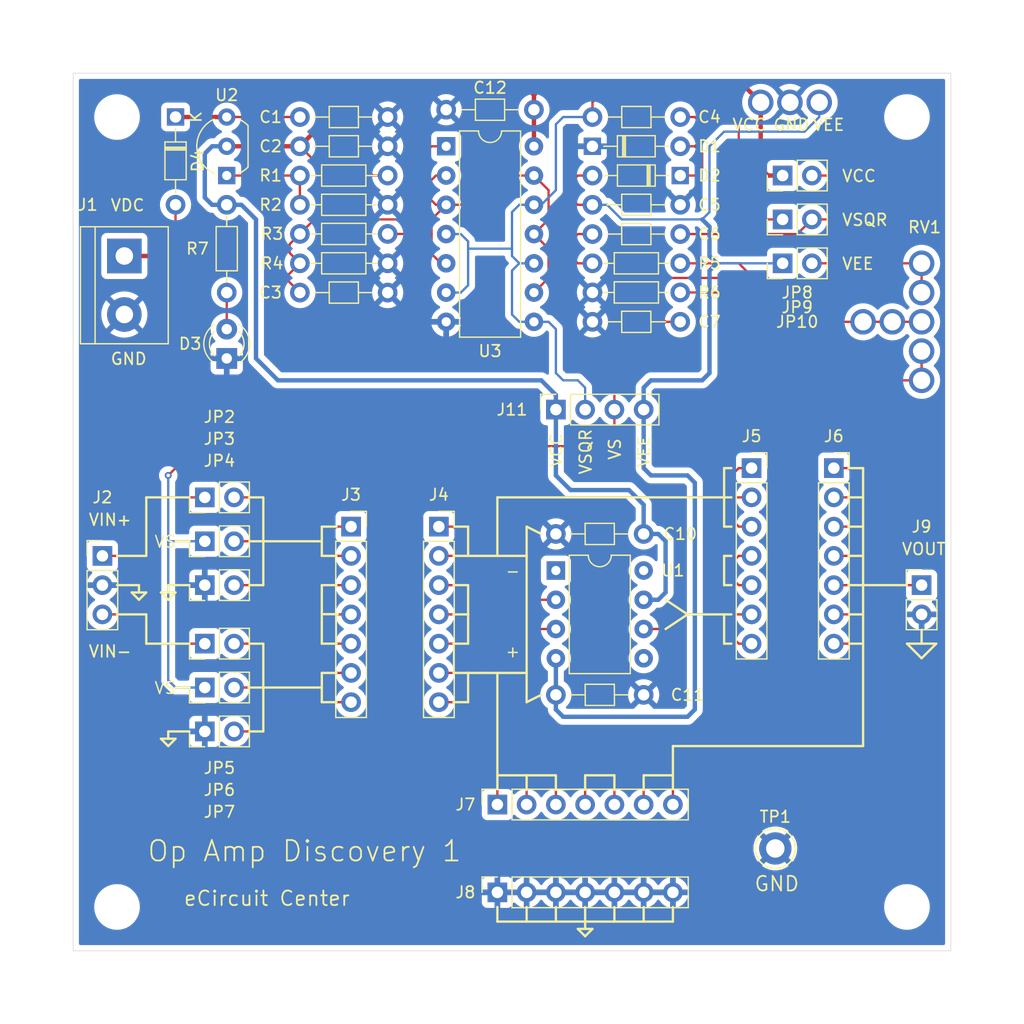
<source format=kicad_pcb>
(kicad_pcb (version 20241229) (generator "pcbnew") (generator_version "9.0")
  (layers (0 "F.Cu" signal) (2 "B.Cu" signal) (13 "F.Paste" user) (15 "B.Paste" user) (5 "F.SilkS" user "F.Silkscreen") (7 "B.SilkS" user "B.Silkscreen") (1 "F.Mask" user) (3 "B.Mask" user) (25 "Edge.Cuts" user))
  (net 0 "")
  (net 1 "GND")
  (net 2 "VDC")
  (net 3 "VCC")
  (net 4 "Net-(U2-ADJ)")
  (net 5 "Net-(C3-Pad1)")
  (net 6 "Net-(R3-Pad1)")
  (net 7 "/VS")
  (net 8 "/VSQR")
  (net 9 "Net-(JP10-B)")
  (net 10 "Net-(D1-A)")
  (net 11 "VEE")
  (net 12 "/VIN+")
  (net 13 "/VIN-")
  (net 14 "Net-(J3-Pin_3)")
  (net 15 "Net-(J3-Pin_1)")
  (net 16 "Net-(J3-Pin_6)")
  (net 17 "Net-(J4-Pin_3)")
  (net 18 "Net-(J4-Pin_6)")
  (net 19 "Net-(J4-Pin_1)")
  (net 22 "Net-(J7-Pin_4)")
  (net 24 "Net-(J5-Pin_4)")
  (net 25 "Net-(J5-Pin_6)")
  (net 26 "/VO")
  (net 27 "Net-(D3-A)")
  (net 28 "Net-(R5-Pad2)")
  (net 29 "Net-(R6-Pad1)")
  (net 30 "Net-(C6-Pad2)")
  (net 31 "Net-(D4-K)")
  (footprint "A_Custom_Library:R_Axial_DIN0204_L3.6mm_D1.6mm_P7.62mm_Horizontal-bigger_hole" (layer "F.Cu") (at 142.875 67.31)
    (property "Reference" "R5")
    (property "Value" "3.3k" (hide yes))
  )
  (footprint "A_Custom_Library:TestPoint_THTPad_D2.0mm_Drill1.0mm_bigger" (layer "F.Cu") (at 166.37 72.39)
    (property "Reference" "TP9" (hide yes))
    (property "Value" "TestPoint" (hide yes))
  )
  (footprint "Connector_PinHeader_2.54mm:PinHeader_1x02_P2.54mm_Vertical" (layer "F.Cu") (at 109.22 87.63 90)
    (property "Reference" "JP2")
    (property "Value" "Jumper_2_Small_Open" (hide yes))
  )
  (footprint "Connector_PinSocket_2.54mm:PinSocket_1x07_P2.54mm_Vertical" (layer "F.Cu") (at 134.62 121.92 90)
    (property "Reference" "J8")
    (property "Value" "Conn_01x07" (hide yes))
  )
  (footprint "A_Custom_Library:D_DO-34_SOD68_P7.62mm_Horizontal" (layer "F.Cu") (at 106.68 54.605 -90)
    (property "Reference" "D4")
    (property "Value" "D")
  )
  (footprint "A_Custom_Library:R_Axial_DIN0204_L3.6mm_D1.6mm_P7.62mm_Horizontal-bigger_hole" (layer "F.Cu") (at 150.495 69.84 180)
    (property "Reference" "R6")
    (property "Value" "Short" (hide yes))
  )
  (footprint "TerminalBlock:TerminalBlock_bornier-2_P5.08mm" (layer "F.Cu") (at 102.235 66.675 -90)
    (property "Reference" "J1")
    (property "Value" "Screw_Terminal_01x02" (hide yes))
  )
  (footprint "A_Custom_Library:TestPoint_THTPad_D2.0mm_Drill1.0mm_bigger" (layer "F.Cu") (at 157.48 53.34)
    (property "Reference" "TP3" (hide yes))
    (property "Value" "TestPoint" (hide yes))
  )
  (footprint "A_Custom_Library:C_Disc_D3.0mm_W1.6mm_P2.50mm_wider_center_dia" (layer "F.Cu") (at 142.24 104.775)
    (property "Reference" "C11")
    (property "Value" "0.1uF" (hide yes))
  )
  (footprint "Connector_PinSocket_2.54mm:PinSocket_1x07_P2.54mm_Vertical" (layer "F.Cu") (at 129.54 90.17)
    (property "Reference" "J4")
    (property "Value" "Conn_01x07" (hide yes))
  )
  (footprint "A_Custom_Library:TestPoint_THTPad_D2.0mm_Drill1.0mm_bigger" (layer "F.Cu") (at 171.45 67.31)
    (property "Reference" "TP6" (hide yes))
    (property "Value" "TestPoint" (hide yes))
  )
  (footprint "MountingHole:MountingHole_3.7mm" (layer "F.Cu") (at 101.6 123.19)
    (property "Reference" "H2" (hide yes))
    (property "Value" "MountingHole" (hide yes))
  )
  (footprint "A_Custom_Library:C_Disc_D3.0mm_W1.6mm_P2.50mm_wider_center_dia" (layer "F.Cu") (at 120.015 54.61)
    (property "Reference" "C1")
    (property "Value" "C" (hide yes))
  )
  (footprint "A_Custom_Library:TestPoint_THTPad_D2.0mm_Drill1.0mm_bigger" (layer "F.Cu") (at 160.02 53.34)
    (property "Reference" "TP2" (hide yes))
    (property "Value" "TestPoint" (hide yes))
  )
  (footprint "Connector_PinHeader_2.54mm:PinHeader_1x02_P2.54mm_Vertical" (layer "F.Cu") (at 109.22 95.25 90)
    (property "Reference" "JP4")
    (property "Value" "Jumper_2_Small_Open" (hide yes))
  )
  (footprint "Package_TO_SOT_THT:TO-92_Inline_Wide" (layer "F.Cu") (at 111.125 59.69 90)
    (property "Reference" "U2")
    (property "Value" "LM317L_TO92" (hide yes))
  )
  (footprint "A_Custom_Library:C_Disc_D3.0mm_W1.6mm_P2.50mm_wider_center_dia" (layer "F.Cu") (at 145.415 62.23)
    (property "Reference" "C5")
    (property "Value" "10uF" (hide yes))
  )
  (footprint "Connector_PinSocket_2.54mm:PinSocket_1x07_P2.54mm_Vertical" (layer "F.Cu") (at 121.92 90.17)
    (property "Reference" "J3")
    (property "Value" "Conn_01x07" (hide yes))
  )
  (footprint "LED_THT:LED_D3.0mm" (layer "F.Cu") (at 111.125 75.565 90)
    (property "Reference" "D3")
    (property "Value" "LED" (hide yes))
  )
  (footprint "A_Custom_Library:TestPoint_THTPad_D2.0mm_Drill1.0mm_bigger" (layer "F.Cu") (at 168.91 72.39)
    (property "Reference" "TP10" (hide yes))
    (property "Value" "TestPoint" (hide yes))
  )
  (footprint "A_Custom_Library:TestPoint_THTPad_D2.0mm_Drill1.0mm_bigger" (layer "F.Cu") (at 171.45 69.85)
    (property "Reference" "TP5" (hide yes))
    (property "Value" "TestPoint" (hide yes))
  )
  (footprint "Connector_PinHeader_2.54mm:PinHeader_1x03_P2.54mm_Vertical" (layer "F.Cu") (at 100.33 92.71)
    (property "Reference" "J2")
    (property "Value" "Conn_01x03_Pin")
  )
  (footprint "Connector_PinHeader_2.54mm:PinHeader_1x02_P2.54mm_Vertical" (layer "F.Cu") (at 159.385 63.5 90)
    (property "Reference" "JP9")
    (property "Value" "Jumper_2_Small_Open" (hide yes))
  )
  (footprint "A_Custom_Library:R_Axial_DIN0204_L3.6mm_D1.6mm_P7.62mm_Horizontal-bigger_hole" (layer "F.Cu") (at 125.095 64.76 180)
    (property "Reference" "R3")
    (property "Value" "R" (hide yes))
  )
  (footprint "A_Custom_Library:D_DO-34_SOD68_P7.62mm_Horizontal" (layer "F.Cu") (at 142.87 57.15)
    (property "Reference" "D1")
    (property "Value" "D" (hide yes))
  )
  (footprint "Connector_PinHeader_2.54mm:PinHeader_1x02_P2.54mm_Vertical" (layer "F.Cu") (at 159.385 67.31 90)
    (property "Reference" "JP10")
    (property "Value" "Jumper_2_Small_Open" (hide yes))
  )
  (footprint "Connector_PinSocket_2.54mm:PinSocket_1x07_P2.54mm_Vertical" (layer "F.Cu") (at 134.62 114.3 90)
    (property "Reference" "J7")
    (property "Value" "Conn_01x07" (hide yes))
  )
  (footprint "A_Custom_Library:R_Axial_DIN0204_L3.6mm_D1.6mm_P7.62mm_Horizontal-bigger_hole" (layer "F.Cu") (at 117.475 62.23)
    (property "Reference" "R2")
    (property "Value" "R" (hide yes))
  )
  (footprint "A_Custom_Library:C_Disc_D3.0mm_W1.6mm_P2.50mm_wider_center_dia" (layer "F.Cu") (at 120.015 69.85)
    (property "Reference" "C3")
    (property "Value" "C" (hide yes))
  )
  (footprint "A_Custom_Library:TestPoint_THTPad_D2.0mm_Drill1.0mm_bigger" (layer "F.Cu") (at 162.56 53.34)
    (property "Reference" "TP4" (hide yes))
    (property "Value" "TestPoint" (hide yes))
  )
  (footprint "MountingHole:MountingHole_3.7mm" (layer "F.Cu") (at 101.6 54.61)
    (property "Reference" "H1" (hide yes))
    (property "Value" "MountingHole" (hide yes))
  )
  (footprint "A_Custom_Library:C_Disc_D3.0mm_W1.6mm_P2.50mm_wider_center_dia" (layer "F.Cu") (at 135.255 53.975 180)
    (property "Reference" "C12")
    (property "Value" "C" (hide yes))
  )
  (footprint "Connector_PinSocket_2.54mm:PinSocket_1x07_P2.54mm_Vertical" (layer "F.Cu") (at 163.83 85.09)
    (property "Reference" "J6")
    (property "Value" "Conn_01x07" (hide yes))
  )
  (footprint "Connector_PinSocket_2.54mm:PinSocket_1x04_P2.54mm_Vertical" (layer "F.Cu") (at 139.7 80.01 90)
    (property "Reference" "J11")
    (property "Value" "Conn_01x04")
  )
  (footprint "Connector_PinHeader_2.54mm:PinHeader_1x02_P2.54mm_Vertical" (layer "F.Cu") (at 159.385 59.69 90)
    (property "Reference" "JP8")
    (property "Value" "Jumper_2_Small_Open" (hide yes))
  )
  (footprint "A_Custom_Library:R_Axial_DIN0204_L3.6mm_D1.6mm_P7.62mm_Horizontal-bigger_hole" (layer "F.Cu") (at 125.095 59.69 180)
    (property "Reference" "R1")
    (property "Value" "R" (hide yes))
  )
  (footprint "Connector_PinSocket_2.54mm:PinSocket_1x07_P2.54mm_Vertical" (layer "F.Cu") (at 156.69 85.09)
    (property "Reference" "J5")
    (property "Value" "Conn_01x07" (hide yes))
  )
  (footprint "Connector_PinHeader_2.54mm:PinHeader_1x02_P2.54mm_Vertical" (layer "F.Cu") (at 109.22 104.14 90)
    (property "Reference" "JP6")
    (property "Value" "Jumper_2_Small_Open" (hide yes))
  )
  (footprint "A_Custom_Library:TestPoint_THTPad_D2.0mm_Drill1.0mm_bigger" (layer "F.Cu") (at 171.45 77.47)
    (property "Reference" "TP7" (hide yes))
    (property "Value" "TestPoint" (hide yes))
  )
  (footprint "Package_DIP:DIP-8_W7.62mm" (layer "F.Cu") (at 139.7 93.98)
    (property "Reference" "U1")
    (property "Value" "LM741" (hide yes))
  )
  (footprint "Connector_PinHeader_2.54mm:PinHeader_1x02_P2.54mm_Vertical" (layer "F.Cu") (at 109.22 91.44 90)
    (property "Reference" "JP3")
    (property "Value" "Jumper_2_Small_Open" (hide yes))
  )
  (footprint "A_Custom_Library:C_Disc_D3.0mm_W1.6mm_P2.50mm_wider_center_dia" (layer "F.Cu") (at 120.015 57.15)
    (property "Reference" "C2")
    (property "Value" "C" (hide yes))
  )
  (footprint "TestPoint:TestPoint_Keystone_5005-5009_Compact" (layer "F.Cu") (at 158.75 118.11)
    (property "Reference" "TP1")
    (property "Value" "TestPoint")
  )
  (footprint "A_Custom_Library:R_Axial_DIN0204_L3.6mm_D1.6mm_P7.62mm_Horizontal-bigger_hole" (layer "F.Cu") (at 111.125 62.23 -90)
    (property "Reference" "R7")
    (property "Value" "1k" (hide yes))
  )
  (footprint "MountingHole:MountingHole_3.7mm" (layer "F.Cu") (at 170.18 54.61)
    (property "Reference" "H3" (hide yes))
    (property "Value" "MountingHole" (hide yes))
  )
  (footprint "A_Custom_Library:D_DO-34_SOD68_P7.62mm_Horizontal" (layer "F.Cu") (at 150.495 59.69 180)
    (property "Reference" "D2")
    (property "Value" "D" (hide yes))
  )
  (footprint "Connector_PinHeader_2.54mm:PinHeader_1x02_P2.54mm_Vertical" (layer "F.Cu") (at 171.45 95.25)
    (property "Reference" "J9")
    (property "Value" "Conn_01x02_Pin" (hide yes))
  )
  (footprint "A_Custom_Library:C_Disc_D3.0mm_W1.6mm_P2.50mm_wider_center_dia" (layer "F.Cu") (at 147.955 72.39 180)
    (property "Reference" "C7")
    (property "Value" "Open" (hide yes))
  )
  (footprint "Connector_PinHeader_2.54mm:PinHeader_1x02_P2.54mm_Vertical" (layer "F.Cu") (at 109.22 107.95 90)
    (property "Reference" "JP7")
    (property "Value" "Jumper_2_Small_Open" (hide yes))
  )
  (footprint "A_Custom_Library:TestPoint_THTPad_D2.0mm_Drill1.0mm_bigger" (layer "F.Cu") (at 171.45 74.93)
    (property "Reference" "TP8" (hide yes))
    (property "Value" "TestPoint" (hide yes))
  )
  (footprint "A_Custom_Library:C_Disc_D3.0mm_W1.6mm_P2.50mm_wider_center_dia" (layer "F.Cu") (at 147.955 64.77 180)
    (property "Reference" "C6")
    (property "Value" "Short" (hide yes))
  )
  (footprint "Package_DIP:DIP-14_W7.62mm" (layer "F.Cu") (at 130.175 57.15)
    (property "Reference" "U3")
    (property "Value" "74HC14" (hide yes))
  )
  (footprint "A_Custom_Library:TestPoint_THTPad_D2.0mm_Drill1.0mm_bigger" (layer "F.Cu") (at 171.45 72.39)
    (property "Reference" "TP11" (hide yes))
    (property "Value" "TestPoint" (hide yes))
  )
  (footprint "MountingHole:MountingHole_3.7mm" (layer "F.Cu") (at 170.18 123.19)
    (property "Reference" "H4" (hide yes))
    (property "Value" "MountingHole" (hide yes))
  )
  (footprint "A_Custom_Library:C_Disc_D3.0mm_W1.6mm_P2.50mm_wider_center_dia" (layer "F.Cu") (at 144.78 90.805 180)
    (property "Reference" "C10")
    (property "Value" "0.1uF" (hide yes))
  )
  (footprint "A_Custom_Library:R_Axial_DIN0204_L3.6mm_D1.6mm_P7.62mm_Horizontal-bigger_hole" (layer "F.Cu") (at 117.475 67.31)
    (property "Reference" "R4")
    (property "Value" "Open" (hide yes))
  )
  (footprint "A_Custom_Library:C_Disc_D3.0mm_W1.6mm_P2.50mm_wider_center_dia" (layer "F.Cu") (at 145.415 54.61)
    (property "Reference" "C4")
    (property "Value" "10uF" (hide yes))
  )
  (footprint "Connector_PinHeader_2.54mm:PinHeader_1x02_P2.54mm_Vertical" (layer "F.Cu") (at 109.22 100.33 90)
    (property "Reference" "JP5")
    (property "Value" "Jumper_2_Small_Open" (hide yes))
  )
  (gr_line (start 166.37 109.22) (end 166.37 85.09) (stroke (width 0.2032)) (layer "F.SilkS"))
  (gr_line (start 132.08 97.79) (end 130.81 97.79) (stroke (width 0.2032)) (layer "F.SilkS"))
  (gr_line (start 142.875 125.095) (end 141.605 125.095) (stroke (width 0.2032)) (layer "F.SilkS"))
  (gr_line (start 139.7 113.03) (end 142.295 112.945) (stroke (width 0.1)) (layer "F.SilkS"))
  (gr_line (start 154.94 90.17) (end 154.305 90.17) (stroke (width 0.2032)) (layer "F.SilkS"))
  (gr_line (start 132.08 100.33) (end 132.08 97.79) (stroke (width 0.2032)) (layer "F.SilkS"))
  (gr_line (start 134.62 123.19) (end 134.62 124.46) (stroke (width 0.2032)) (layer "F.SilkS"))
  (gr_line (start 144.78 123.19) (end 144.78 124.46) (stroke (width 0.2032)) (layer "F.SilkS"))
  (gr_line (start 137.16 123.19) (end 137.16 124.46) (stroke (width 0.2032)) (layer "F.SilkS"))
  (gr_line (start 133.35 102.87) (end 132.08 102.87) (stroke (width 0.2032)) (layer "F.SilkS"))
  (gr_line (start 134.62 92.71) (end 134.62 87.63) (stroke (width 0.2032)) (layer "F.SilkS"))
  (gr_line (start 104.14 100.33) (end 107.89 100.33) (stroke (width 0.2032)) (layer "F.SilkS"))
  (gr_line (start 166.37 95.25) (end 170.18 95.25) (stroke (width 0.2032)) (layer "F.SilkS"))
  (gr_line (start 149.225 96.52) (end 151.13 97.79) (stroke (width 0.2032)) (layer "F.SilkS"))
  (gr_line (start 166.37 90.17) (end 165.1 90.17) (stroke (width 0.2032)) (layer "F.SilkS"))
  (gr_line (start 130.81 102.87) (end 130.81 100.33) (stroke (width 0.1)) (layer "F.SilkS"))
  (gr_line (start 149.86 109.22) (end 166.37 109.22) (stroke (width 0.2032)) (layer "F.SilkS"))
  (gr_line (start 102.87 95.885) (end 103.505 96.52) (stroke (width 0.2032)) (layer "F.SilkS"))
  (gr_line (start 172.72 100.33) (end 170.18 100.33) (stroke (width 0.2032)) (layer "F.SilkS"))
  (gr_line (start 137.16 90.17) (end 138.43 90.805) (stroke (width 0.2032)) (layer "F.SilkS"))
  (gr_line (start 104.14 100.33) (end 104.14 97.79) (stroke (width 0.2032)) (layer "F.SilkS"))
  (gr_line (start 106.045 107.95) (end 106.045 108.585) (stroke (width 0.2032)) (layer "F.SilkS"))
  (gr_line (start 104.14 87.63) (end 107.89 87.63) (stroke (width 0.2032)) (layer "F.SilkS"))
  (gr_line (start 149.86 112.97) (end 149.86 109.22) (stroke (width 0.2032)) (layer "F.SilkS"))
  (gr_line (start 142.24 111.76) (end 142.24 113.03) (stroke (width 0.2032)) (layer "F.SilkS"))
  (gr_line (start 114.27 87.63) (end 113.06 87.63) (stroke (width 0.2032)) (layer "F.SilkS"))
  (gr_line (start 147.32 123.19) (end 147.32 124.46) (stroke (width 0.2032)) (layer "F.SilkS"))
  (gr_line (start 104.14 97.79) (end 101.6 97.79) (stroke (width 0.2032)) (layer "F.SilkS"))
  (gr_line (start 147.32 111.76) (end 147.32 113.03) (stroke (width 0.2032)) (layer "F.SilkS"))
  (gr_line (start 134.62 124.46) (end 149.86 124.46) (stroke (width 0.2032)) (layer "F.SilkS"))
  (gr_line (start 120.65 92.71) (end 119.38 92.71) (stroke (width 0.2032)) (layer "F.SilkS"))
  (gr_line (start 154.305 92.71) (end 154.94 92.71) (stroke (width 0.2032)) (layer "F.SilkS"))
  (gr_line (start 114.3 100.33) (end 113.09 100.33) (stroke (width 0.2032)) (layer "F.SilkS"))
  (gr_line (start 166.37 97.79) (end 165.16 97.79) (stroke (width 0.2032)) (layer "F.SilkS"))
  (gr_line (start 114.3 87.63) (end 114.3 95.25) (stroke (width 0.2032)) (layer "F.SilkS"))
  (gr_line (start 114.3 95.25) (end 113.09 95.25) (stroke (width 0.2032)) (layer "F.SilkS"))
  (gr_line (start 154.305 85.09) (end 154.305 87.63) (stroke (width 0.2032)) (layer "F.SilkS"))
  (gr_line (start 137.16 102.87) (end 133.35 102.87) (stroke (width 0.2032)) (layer "F.SilkS"))
  (gr_line (start 144.78 111.76) (end 144.78 113.03) (stroke (width 0.2032)) (layer "F.SilkS"))
  (gr_line (start 171.45 101.6) (end 172.72 100.33) (stroke (width 0.2032)) (layer "F.SilkS"))
  (gr_line (start 133.35 92.71) (end 133.35 92.71) (stroke (width 0.1)) (layer "F.SilkS"))
  (gr_line (start 142.24 125.73) (end 142.875 125.095) (stroke (width 0.2032)) (layer "F.SilkS"))
  (gr_line (start 120.755 97.77) (end 119.485 97.77) (stroke (width 0.2032)) (layer "F.SilkS"))
  (gr_line (start 101.6 92.71) (end 104.14 92.71) (stroke (width 0.2032)) (layer "F.SilkS"))
  (gr_line (start 119.38 95.25) (end 119.38 100.33) (stroke (width 0.2032)) (layer "F.SilkS"))
  (gr_line (start 151.13 97.79) (end 149.225 99.06) (stroke (width 0.2032)) (layer "F.SilkS"))
  (gr_line (start 107.89 95.25) (end 106.045 95.25) (stroke (width 0.2032)) (layer "F.SilkS"))
  (gr_line (start 154.305 97.79) (end 154.305 100.33) (stroke (width 0.2032)) (layer "F.SilkS"))
  (gr_line (start 154.305 95.25) (end 154.94 95.25) (stroke (width 0.2032)) (layer "F.SilkS"))
  (gr_line (start 137.16 92.71) (end 130.81 92.71) (stroke (width 0.2032)) (layer "F.SilkS"))
  (gr_line (start 106.045 109.22) (end 106.68 108.585) (stroke (width 0.2032)) (layer "F.SilkS"))
  (gr_line (start 134.62 112.97) (end 134.62 102.87) (stroke (width 0.2032)) (layer "F.SilkS"))
  (gr_line (start 132.08 105.41) (end 130.81 105.41) (stroke (width 0.2032)) (layer "F.SilkS"))
  (gr_line (start 107.89 91.44) (end 106.68 91.44) (stroke (width 0.2032)) (layer "F.SilkS"))
  (gr_line (start 132.08 92.71) (end 132.08 90.17) (stroke (width 0.2032)) (layer "F.SilkS"))
  (gr_line (start 134.62 111.76) (end 139.7 111.76) (stroke (width 0.2032)) (layer "F.SilkS"))
  (gr_line (start 141.605 125.095) (end 142.24 125.73) (stroke (width 0.2032)) (layer "F.SilkS"))
  (gr_line (start 137.16 90.17) (end 137.16 105.41) (stroke (width 0.2032)) (layer "F.SilkS"))
  (gr_line (start 154.305 85.09) (end 154.94 85.09) (stroke (width 0.2032)) (layer "F.SilkS"))
  (gr_line (start 104.14 92.71) (end 104.14 87.63) (stroke (width 0.2032)) (layer "F.SilkS"))
  (gr_line (start 120.65 105.41) (end 119.38 105.41) (stroke (width 0.2032)) (layer "F.SilkS"))
  (gr_line (start 139.7 111.76) (end 139.7 113.03) (stroke (width 0.2032)) (layer "F.SilkS"))
  (gr_line (start 139.7 123.19) (end 139.7 124.46) (stroke (width 0.2032)) (layer "F.SilkS"))
  (gr_line (start 106.045 95.25) (end 106.045 95.885) (stroke (width 0.2032)) (layer "F.SilkS"))
  (gr_line (start 120.65 100.33) (end 120.65 97.79) (stroke (width 0.1)) (layer "F.SilkS"))
  (gr_line (start 132.08 90.17) (end 130.87 90.17) (stroke (width 0.2032)) (layer "F.SilkS"))
  (gr_line (start 119.38 92.71) (end 119.38 92.71) (stroke (width 0.1)) (layer "F.SilkS"))
  (gr_line (start 106.68 95.885) (end 105.41 95.885) (stroke (width 0.2032)) (layer "F.SilkS"))
  (gr_line (start 147.32 111.76) (end 149.86 111.76) (stroke (width 0.2032)) (layer "F.SilkS"))
  (gr_line (start 103.505 95.25) (end 103.505 95.885) (stroke (width 0.2032)) (layer "F.SilkS"))
  (gr_line (start 132.08 102.87) (end 132.08 105.41) (stroke (width 0.2032)) (layer "F.SilkS"))
  (gr_line (start 137.16 111.76) (end 137.16 113.03) (stroke (width 0.2032)) (layer "F.SilkS"))
  (gr_line (start 106.045 96.52) (end 106.68 95.885) (stroke (width 0.2032)) (layer "F.SilkS"))
  (gr_line (start 149.86 123.19) (end 149.86 124.46) (stroke (width 0.2032)) (layer "F.SilkS"))
  (gr_line (start 171.45 99.12) (end 171.45 100.33) (stroke (width 0.2032)) (layer "F.SilkS"))
  (gr_line (start 154.305 100.33) (end 154.94 100.33) (stroke (width 0.2032)) (layer "F.SilkS"))
  (gr_line (start 120.65 95.25) (end 119.38 95.25) (stroke (width 0.2032)) (layer "F.SilkS"))
  (gr_line (start 166.37 100.33) (end 165.16 100.33) (stroke (width 0.2032)) (layer "F.SilkS"))
  (gr_line (start 120.65 102.87) (end 119.38 102.87) (stroke (width 0.2032)) (layer "F.SilkS"))
  (gr_line (start 120.65 100.33) (end 119.38 100.33) (stroke (width 0.2032)) (layer "F.SilkS"))
  (gr_line (start 105.41 108.585) (end 106.045 109.22) (stroke (width 0.2032)) (layer "F.SilkS"))
  (gr_line (start 166.37 95.25) (end 165.1 95.25) (stroke (width 0.2032)) (layer "F.SilkS"))
  (gr_line (start 120.65 90.17) (end 119.38 90.17) (stroke (width 0.2032)) (layer "F.SilkS"))
  (gr_line (start 114.3 100.33) (end 114.3 107.95) (stroke (width 0.2032)) (layer "F.SilkS"))
  (gr_line (start 105.41 95.885) (end 106.045 96.52) (stroke (width 0.2032)) (layer "F.SilkS"))
  (gr_line (start 166.37 85.09) (end 165.1 85.09) (stroke (width 0.2032)) (layer "F.SilkS"))
  (gr_line (start 106.68 108.585) (end 105.41 108.585) (stroke (width 0.2032)) (layer "F.SilkS"))
  (gr_line (start 166.37 92.71) (end 165.1 92.71) (stroke (width 0.2032)) (layer "F.SilkS"))
  (gr_line (start 101.6 95.25) (end 103.505 95.25) (stroke (width 0.2032)) (layer "F.SilkS"))
  (gr_line (start 154.305 87.63) (end 154.305 90.17) (stroke (width 0.2032)) (layer "F.SilkS"))
  (gr_line (start 119.38 105.41) (end 119.38 105.41) (stroke (width 0.1)) (layer "F.SilkS"))
  (gr_line (start 132.08 100.33) (end 130.81 100.33) (stroke (width 0.2032)) (layer "F.SilkS"))
  (gr_line (start 107.89 104.14) (end 106.68 104.14) (stroke (width 0.2032)) (layer "F.SilkS"))
  (gr_line (start 113.03 104.14) (end 119.38 104.14) (stroke (width 0.2032)) (layer "F.SilkS"))
  (gr_line (start 170.18 100.33) (end 171.45 101.6) (stroke (width 0.2032)) (layer "F.SilkS"))
  (gr_line (start 103.505 96.52) (end 104.14 95.885) (stroke (width 0.2032)) (layer "F.SilkS"))
  (gr_line (start 119.38 102.87) (end 119.38 105.41) (stroke (width 0.2032)) (layer "F.SilkS"))
  (gr_line (start 166.37 87.63) (end 165.1 87.63) (stroke (width 0.2032)) (layer "F.SilkS"))
  (gr_line (start 113.09 91.44) (end 119.38 91.44) (stroke (width 0.2032)) (layer "F.SilkS"))
  (gr_line (start 142.24 123.19) (end 142.24 124.46) (stroke (width 0.2032)) (layer "F.SilkS"))
  (gr_line (start 154.94 97.79) (end 151.13 97.79) (stroke (width 0.2032)) (layer "F.SilkS"))
  (gr_line (start 134.62 87.63) (end 154.94 87.63) (stroke (width 0.2032)) (layer "F.SilkS"))
  (gr_line (start 114.3 107.95) (end 113.09 107.95) (stroke (width 0.2032)) (layer "F.SilkS"))
  (gr_line (start 130.81 95.25) (end 132.08 95.25) (stroke (width 0.2032)) (layer "F.SilkS"))
  (gr_line (start 142.24 111.76) (end 144.78 111.76) (stroke (width 0.2032)) (layer "F.SilkS"))
  (gr_line (start 154.305 92.71) (end 154.305 95.25) (stroke (width 0.2032)) (layer "F.SilkS"))
  (gr_line (start 132.08 95.25) (end 132.08 97.79) (stroke (width 0.2032)) (layer "F.SilkS"))
  (gr_line (start 107.89 107.95) (end 106.045 107.95) (stroke (width 0.2032)) (layer "F.SilkS"))
  (gr_line (start 104.14 95.885) (end 102.87 95.885) (stroke (width 0.2032)) (layer "F.SilkS"))
  (gr_line (start 119.38 90.17) (end 119.38 92.71) (stroke (width 0.2032)) (layer "F.SilkS"))
  (gr_line (start 137.16 105.41) (end 138.43 104.775) (stroke (width 0.2032)) (layer "F.SilkS"))
  (gr_line (start 142.24 124.46) (end 142.24 125.095) (stroke (width 0.2032)) (layer "F.SilkS"))
  (gr_line (start 130.81 102.87) (end 132.08 102.87) (stroke (width 0.2032)) (layer "F.SilkS"))
  (gr_line (start 130.81 97.79) (end 132.08 97.79) (stroke (width 0.1)) (layer "F.SilkS"))
  (gr_rect (start 97.79 50.8) (end 173.99 127) (stroke (width 0.05)) (fill no) (layer "Edge.Cuts"))
  (gr_text "-" (at 135.255 94.615 0) (layer "F.SilkS") (effects (font (size 1 1) (thickness 0.127)) (justify left bottom)))
  (gr_text "VS" (at 104.775 104.775 0) (layer "F.SilkS") (effects (font (size 1.016 1.016) (thickness 0.127)) (justify left bottom)))
  (gr_text "VS" (at 145.415 84.455 90) (layer "F.SilkS") (effects (font (size 1.016 1.016) (thickness 0.1524)) (justify left bottom)))
  (gr_text "VEE" (at 161.925 55.88 0) (layer "F.SilkS") (effects (font (size 1.016 1.016) (thickness 0.1524)) (justify left bottom)))
  (gr_text "RV1" (at 170.18 64.77 0) (layer "F.SilkS") (effects (font (size 1.016 1.016) (thickness 0.1524)) (justify left bottom)))
  (gr_text "VSQR" (at 164.465 64.135 0) (layer "F.SilkS") (effects (font (size 1.016 1.016) (thickness 0.1524)) (justify left bottom)))
  (gr_text "VEE" (at 147.955 85.09 90) (layer "F.SilkS") (effects (font (size 1.016 1.016) (thickness 0.1524)) (justify left bottom)))
  (gr_text "VDC" (at 100.965 62.865 0) (layer "F.SilkS") (effects (font (size 1.016 1.016) (thickness 0.1524)) (justify left bottom)))
  (gr_text "VCC" (at 154.94 55.88 0) (layer "F.SilkS") (effects (font (size 1.016 1.016) (thickness 0.1524)) (justify left bottom)))
  (gr_text "VOUT" (at 169.65 92.71 0) (layer "F.SilkS") (effects (font (size 1.016 1.016) (thickness 0.1524)) (justify left bottom)))
  (gr_text "GND" (at 158.496 55.88 0) (layer "F.SilkS") (effects (font (size 1.016 1.016) (thickness 0.1524)) (justify left bottom)))
  (gr_text "VIN+" (at 99.06 90.17 0) (layer "F.SilkS") (effects (font (size 1.016 1.016) (thickness 0.1524)) (justify left bottom)))
  (gr_text "Op Amp Discovery 1" (at 104.14 119.38 0) (layer "F.SilkS") (effects (font (size 1.778 1.778) (thickness 0.1524)) (justify left bottom)))
  (gr_text "VS" (at 104.775 92.075 0) (layer "F.SilkS") (effects (font (size 1.016 1.016) (thickness 0.127)) (justify left bottom)))
  (gr_text "+" (at 135.255 101.6 0) (layer "F.SilkS") (effects (font (size 1 1) (thickness 0.127)) (justify left bottom)))
  (gr_text "VCC" (at 164.465 60.325 0) (layer "F.SilkS") (effects (font (size 1.016 1.016) (thickness 0.1524)) (justify left bottom)))
  (gr_text "VCC" (at 140.335 85.09 90) (layer "F.SilkS") (effects (font (size 1.016 1.016) (thickness 0.1524)) (justify left bottom)))
  (gr_text "VEE" (at 164.465 67.945 0) (layer "F.SilkS") (effects (font (size 1.016 1.016) (thickness 0.1524)) (justify left bottom)))
  (gr_text "GND\n" (at 100.965 76.2 0) (layer "F.SilkS") (effects (font (size 1.016 1.016) (thickness 0.1524)) (justify left bottom)))
  (gr_text "VSQR" (at 142.875 85.725 90) (layer "F.SilkS") (effects (font (size 1.016 1.016) (thickness 0.1524)) (justify left bottom)))
  (gr_text "GND" (at 156.845 121.92 0) (layer "F.SilkS") (effects (font (size 1.27 1.27) (thickness 0.1524)) (justify left bottom)))
  (gr_text "eCircuit Center" (at 107.315 123.19 0) (layer "F.SilkS") (effects (font (size 1.27 1.27) (thickness 0.1524)) (justify left bottom)))
  (gr_text "VIN-" (at 99.06 101.6 0) (layer "F.SilkS") (effects (font (size 1.016 1.016) (thickness 0.1524)) (justify left bottom)))
  (segment (start 106.68 65.405) (end 105.41 66.675) (width 0.381) (layer "F.Cu") (net 2))
  (segment (start 106.68 62.225) (end 106.68 65.405) (width 0.2) (layer "F.Cu") (net 2))
  (segment (start 105.41 66.675) (end 102.235 66.675) (width 0.381) (layer "F.Cu") (net 2))
  (segment (start 125.095 59.69) (end 123.825 59.69) (width 0.2) (layer "F.Cu") (net 3))
  (segment (start 122.555 55.88) (end 118.745 55.88) (width 0.381) (layer "F.Cu") (net 3))
  (segment (start 118.745 55.88) (end 117.475 57.15) (width 0.381) (layer "F.Cu") (net 3))
  (segment (start 137.795 53.975) (end 137.795 52.705) (width 0.381) (layer "F.Cu") (net 3))
  (segment (start 158.115 59.69) (end 159.385 59.69) (width 0.381) (layer "F.Cu") (net 3))
  (segment (start 137.16 52.07) (end 123.825 52.07) (width 0.381) (layer "F.Cu") (net 3))
  (segment (start 157.48 59.055) (end 158.115 59.69) (width 0.381) (layer "F.Cu") (net 3))
  (segment (start 123.825 59.69) (end 122.555 58.42) (width 0.2) (layer "F.Cu") (net 3))
  (segment (start 123.19 55.245) (end 122.555 55.88) (width 0.381) (layer "F.Cu") (net 3))
  (segment (start 137.795 53.975) (end 137.795 57.15) (width 0.381) (layer "F.Cu") (net 3))
  (segment (start 118.745 58.42) (end 117.475 57.15) (width 0.2) (layer "F.Cu") (net 3))
  (segment (start 117.475 57.15) (end 118.11 57.15) (width 0.2) (layer "F.Cu") (net 3))
  (segment (start 138.43 52.07) (end 156.21 52.07) (width 0.381) (layer "F.Cu") (net 3))
  (segment (start 117.475 57.15) (end 111.125 57.15) (width 0.381) (layer "F.Cu") (net 3))
  (segment (start 156.21 52.07) (end 157.48 53.34) (width 0.381) (layer "F.Cu") (net 3))
  (segment (start 137.795 52.705) (end 138.43 52.07) (width 0.381) (layer "F.Cu") (net 3))
  (segment (start 137.795 52.705) (end 137.16 52.07) (width 0.381) (layer "F.Cu") (net 3))
  (segment (start 157.48 53.34) (end 157.48 59.055) (width 0.381) (layer "F.Cu") (net 3))
  (segment (start 123.19 52.705) (end 123.19 55.245) (width 0.381) (layer "F.Cu") (net 3))
  (segment (start 122.555 58.42) (end 118.745 58.42) (width 0.2) (layer "F.Cu") (net 3))
  (segment (start 123.825 52.07) (end 123.19 52.705) (width 0.381) (layer "F.Cu") (net 3))
  (segment (start 113.665 75.565) (end 113.665 63.5) (width 0.381) (layer "B.Cu") (net 3))
  (segment (start 147.32 88.265) (end 146.05 86.995) (width 0.381) (layer "B.Cu") (net 3))
  (segment (start 109.855 62.23) (end 111.125 62.23) (width 0.381) (layer "B.Cu") (net 3))
  (segment (start 146.05 86.995) (end 140.97 86.995) (width 0.381) (layer "B.Cu") (net 3))
  (segment (start 139.7 85.725) (end 139.7 80.01) (width 0.381) (layer "B.Cu") (net 3))
  (segment (start 147.32 96.52) (end 148.59 96.52) (width 0.381) (layer "B.Cu") (net 3))
  (segment (start 115.57 77.47) (end 113.665 75.565) (width 0.381) (layer "B.Cu") (net 3))
  (segment (start 138.43 77.47) (end 115.57 77.47) (width 0.381) (layer "B.Cu") (net 3))
  (segment (start 139.7 80.01) (end 139.7 78.74) (width 0.381) (layer "B.Cu") (net 3))
  (segment (start 139.7 78.74) (end 138.43 77.47) (width 0.381) (layer "B.Cu") (net 3))
  (segment (start 149.225 91.44) (end 148.59 90.805) (width 0.381) (layer "B.Cu") (net 3))
  (segment (start 149.225 95.885) (end 149.225 91.44) (width 0.381) (layer "B.Cu") (net 3))
  (segment (start 112.395 62.23) (end 111.125 62.23) (width 0.381) (layer "B.Cu") (net 3))
  (segment (start 109.22 61.595) (end 109.855 62.23) (width 0.381) (layer "B.Cu") (net 3))
  (segment (start 147.32 90.805) (end 147.32 88.265) (width 0.381) (layer "B.Cu") (net 3))
  (segment (start 109.855 57.15) (end 109.22 57.785) (width 0.381) (layer "B.Cu") (net 3))
  (segment (start 148.59 90.805) (end 147.32 90.805) (width 0.381) (layer "B.Cu") (net 3))
  (segment (start 109.22 57.785) (end 109.22 61.595) (width 0.381) (layer "B.Cu") (net 3))
  (segment (start 113.665 63.5) (end 112.395 62.23) (width 0.381) (layer "B.Cu") (net 3))
  (segment (start 148.59 96.52) (end 149.225 95.885) (width 0.381) (layer "B.Cu") (net 3))
  (segment (start 111.125 57.15) (end 109.855 57.15) (width 0.381) (layer "B.Cu") (net 3))
  (segment (start 140.97 86.995) (end 139.7 85.725) (width 0.381) (layer "B.Cu") (net 3))
  (segment (start 117.475 59.69) (end 111.125 59.69) (width 0.2) (layer "F.Cu") (net 4))
  (segment (start 117.475 59.69) (end 117.475 62.23) (width 0.2) (layer "F.Cu") (net 4))
  (segment (start 116.5225 68.2525) (end 116.5225 68.8975) (width 0.2) (layer "F.Cu") (net 5))
  (segment (start 116.586 66.411) (end 117.475 67.3) (width 0.2) (layer "F.Cu") (net 5))
  (segment (start 127.635 62.865) (end 127.635 58.42) (width 0.2) (layer "F.Cu") (net 5))
  (segment (start 127.635 58.42) (end 128.905 57.15) (width 0.2) (layer "F.Cu") (net 5))
  (segment (start 116.586 65.649) (end 116.586 66.411) (width 0.2) (layer "F.Cu") (net 5))
  (segment (start 128.905 57.15) (end 130.175 57.15) (width 0.2) (layer "F.Cu") (net 5))
  (segment (start 118.735 63.5) (end 127 63.5) (width 0.2) (layer "F.Cu") (net 5))
  (segment (start 116.5225 68.8975) (end 117.475 69.85) (width 0.2) (layer "F.Cu") (net 5))
  (segment (start 117.475 64.76) (end 118.735 63.5) (width 0.2) (layer "F.Cu") (net 5))
  (segment (start 117.475 67.3) (end 116.5225 68.2525) (width 0.2) (layer "F.Cu") (net 5))
  (segment (start 117.475 64.76) (end 116.586 65.649) (width 0.2) (layer "F.Cu") (net 5))
  (segment (start 127 63.5) (end 127.635 62.865) (width 0.2) (layer "F.Cu") (net 5))
  (segment (start 137.795 59.69) (end 139.065 60.96) (width 0.2) (layer "F.Cu") (net 6))
  (segment (start 129.286 59.69) (end 130.175 59.69) (width 0.2) (layer "F.Cu") (net 6))
  (segment (start 129.7305 67.31) (end 130.175 67.31) (width 0.2) (layer "F.Cu") (net 6))
  (segment (start 137.795 64.77) (end 139.065 66.04) (width 0.2) (layer "F.Cu") (net 6))
  (segment (start 130.175 62.23) (end 131.445 62.23) (width 0.2) (layer "F.Cu") (net 6))
  (segment (start 128.905 64.77) (end 128.905 66.4845) (width 0.2) (layer "F.Cu") (net 6))
  (segment (start 125.095 64.76) (end 128.895 64.76) (width 0.2) (layer "F.Cu") (net 6))
  (segment (start 128.905 63.5) (end 128.905 64.77) (width 0.2) (layer "F.Cu") (net 6))
  (segment (start 139.065 63.5) (end 137.795 64.77) (width 0.2) (layer "F.Cu") (net 6))
  (segment (start 139.065 60.96) (end 139.065 63.5) (width 0.2) (layer "F.Cu") (net 6))
  (segment (start 131.445 62.23) (end 133.985 59.69) (width 0.2) (layer "F.Cu") (net 6))
  (segment (start 129.286 62.23) (end 128.778 61.722) (width 0.2) (layer "F.Cu") (net 6))
  (segment (start 133.985 59.69) (end 137.795 59.69) (width 0.2) (layer "F.Cu") (net 6))
  (segment (start 139.065 68.58) (end 137.795 69.85) (width 0.2) (layer "F.Cu") (net 6))
  (segment (start 128.778 61.722) (end 128.778 60.198) (width 0.2) (layer "F.Cu") (net 6))
  (segment (start 128.905 66.4845) (end 129.7305 67.31) (width 0.2) (layer "F.Cu") (net 6))
  (segment (start 139.065 66.04) (end 139.065 68.58) (width 0.2) (layer "F.Cu") (net 6))
  (segment (start 128.778 60.198) (end 129.286 59.69) (width 0.2) (layer "F.Cu") (net 6))
  (segment (start 128.895 64.76) (end 128.905 64.77) (width 0.2) (layer "F.Cu") (net 6))
  (segment (start 130.175 62.23) (end 128.905 63.5) (width 0.2) (layer "F.Cu") (net 6))
  (segment (start 130.175 62.23) (end 129.286 62.23) (width 0.2) (layer "F.Cu") (net 6))
  (segment (start 149.225 68.58) (end 148.59 69.215) (width 0.2) (layer "F.Cu") (net 7))
  (segment (start 150.495 72.39) (end 149.225 72.39) (width 0.2) (layer "F.Cu") (net 7))
  (segment (start 106.045 85.725) (end 108.585 83.185) (width 0.2) (layer "F.Cu") (net 7))
  (segment (start 144.78 82.55) (end 144.78 80.01) (width 0.2) (layer "F.Cu") (net 7))
  (segment (start 148.59 69.215) (end 148.59 71.755) (width 0.2) (layer "F.Cu") (net 7))
  (segment (start 108.585 83.185) (end 144.145 83.185) (width 0.2) (layer "F.Cu") (net 7))
  (segment (start 144.78 77.47) (end 145.415 76.835) (width 0.2) (layer "F.Cu") (net 7))
  (segment (start 158.75 72.39) (end 154.94 68.58) (width 0.2) (layer "F.Cu") (net 7))
  (segment (start 148.59 73.025) (end 149.225 72.39) (width 0.2) (layer "F.Cu") (net 7))
  (segment (start 148.59 74.93) (end 148.59 73.025) (width 0.2) (layer "F.Cu") (net 7))
  (segment (start 171.45 72.39) (end 168.91 72.39) (width 0.2) (layer "F.Cu") (net 7))
  (segment (start 144.78 80.01) (end 144.78 77.47) (width 0.2) (layer "F.Cu") (net 7))
  (segment (start 168.91 72.39) (end 166.37 72.39) (width 0.2) (layer "F.Cu") (net 7))
  (segment (start 154.94 68.58) (end 149.225 68.58) (width 0.2) (layer "F.Cu") (net 7))
  (segment (start 145.415 76.835) (end 146.685 76.835) (width 0.2) (layer "F.Cu") (net 7))
  (segment (start 144.145 83.185) (end 144.78 82.55) (width 0.2) (layer "F.Cu") (net 7))
  (segment (start 148.59 71.755) (end 149.225 72.39) (width 0.2) (layer "F.Cu") (net 7))
  (segment (start 166.37 72.39) (end 158.75 72.39) (width 0.2) (layer "F.Cu") (net 7))
  (segment (start 146.685 76.835) (end 148.59 74.93) (width 0.2) (layer "F.Cu") (net 7))
  (via (at 106.045 85.725) (size 0.6) (drill 0.3) (layers "F.Cu" "B.Cu") (net 7))
  (segment (start 106.68 104.14) (end 106.045 103.505) (width 0.2) (layer "B.Cu") (net 7))
  (segment (start 109.22 104.14) (end 106.68 104.14) (width 0.2) (layer "B.Cu") (net 7))
  (segment (start 106.045 103.505) (end 106.045 91.44) (width 0.2) (layer "B.Cu") (net 7))
  (segment (start 106.045 91.44) (end 106.045 85.725) (width 0.2) (layer "B.Cu") (net 7))
  (segment (start 109.22 91.44) (end 106.045 91.44) (width 0.2) (layer "B.Cu") (net 7))
  (segment (start 154.305 52.705) (end 155.575 53.975) (width 0.2) (layer "F.Cu") (net 8))
  (segment (start 142.875 53.34) (end 142.875 54.61) (width 0.2) (layer "F.Cu") (net 8))
  (segment (start 155.575 53.975) (end 155.575 62.865) (width 0.2) (layer "F.Cu") (net 8))
  (segment (start 155.575 62.865) (end 156.21 63.5) (width 0.2) (layer "F.Cu") (net 8))
  (segment (start 143.51 52.705) (end 154.305 52.705) (width 0.2) (layer "F.Cu") (net 8))
  (segment (start 156.21 63.5) (end 159.385 63.5) (width 0.2) (layer "F.Cu") (net 8))
  (segment (start 143.51 52.705) (end 142.875 53.34) (width 0.2) (layer "F.Cu") (net 8))
  (segment (start 137.795 72.39) (end 139.065 72.39) (width 0.2) (layer "B.Cu") (net 8))
  (segment (start 136.525 67.31) (end 137.795 67.31) (width 0.2) (layer "B.Cu") (net 8))
  (segment (start 135.89 71.755) (end 135.89 67.945) (width 0.2) (layer "B.Cu") (net 8))
  (segment (start 130.175 64.77) (end 131.445 64.77) (width 0.2) (layer "B.Cu") (net 8))
  (segment (start 140.335 54.61) (end 142.875 54.61) (width 0.2) (layer "B.Cu") (net 8))
  (segment (start 135.89 66.675) (end 136.525 67.31) (width 0.2) (layer "B.Cu") (net 8))
  (segment (start 139.065 72.39) (end 139.7 73.025) (width 0.2) (layer "B.Cu") (net 8))
  (segment (start 137.795 72.39) (end 136.525 72.39) (width 0.2) (layer "B.Cu") (net 8))
  (segment (start 131.445 64.77) (end 132.08 65.405) (width 0.2) (layer "B.Cu") (net 8))
  (segment (start 139.7 76.835) (end 140.335 77.47) (width 0.2) (layer "B.Cu") (net 8))
  (segment (start 132.08 66.04) (end 132.08 69.215) (width 0.2) (layer "B.Cu") (net 8))
  (segment (start 142.24 78.105) (end 142.24 80.01) (width 0.2) (layer "B.Cu") (net 8))
  (segment (start 139.7 55.245) (end 140.335 54.61) (width 0.2) (layer "B.Cu") (net 8))
  (segment (start 140.335 77.47) (end 141.605 77.47) (width 0.2) (layer "B.Cu") (net 8))
  (segment (start 135.89 67.945) (end 136.525 67.31) (width 0.2) (layer "B.Cu") (net 8))
  (segment (start 135.89 62.865) (end 135.89 66.04) (width 0.2) (layer "B.Cu") (net 8))
  (segment (start 132.08 69.215) (end 131.445 69.85) (width 0.2) (layer "B.Cu") (net 8))
  (segment (start 137.795 62.23) (end 136.525 62.23) (width 0.2) (layer "B.Cu") (net 8))
  (segment (start 138.43 62.23) (end 139.7 60.96) (width 0.2) (layer "B.Cu") (net 8))
  (segment (start 141.605 77.47) (end 142.24 78.105) (width 0.2) (layer "B.Cu") (net 8))
  (segment (start 136.525 72.39) (end 135.89 71.755) (width 0.2) (layer "B.Cu") (net 8))
  (segment (start 139.7 73.025) (end 139.7 76.835) (width 0.2) (layer "B.Cu") (net 8))
  (segment (start 131.445 69.85) (end 130.175 69.85) (width 0.2) (layer "B.Cu") (net 8))
  (segment (start 132.08 65.405) (end 132.08 66.04) (width 0.2) (layer "B.Cu") (net 8))
  (segment (start 139.7 60.96) (end 139.7 55.245) (width 0.2) (layer "B.Cu") (net 8))
  (segment (start 135.89 66.04) (end 135.89 66.675) (width 0.2) (layer "B.Cu") (net 8))
  (segment (start 132.08 66.04) (end 135.89 66.04) (width 0.2) (layer "B.Cu") (net 8))
  (segment (start 136.525 62.23) (end 135.89 62.865) (width 0.2) (layer "B.Cu") (net 8))
  (segment (start 137.795 62.23) (end 138.43 62.23) (width 0.2) (layer "B.Cu") (net 8))
  (segment (start 163.83 66.675) (end 163.195 67.31) (width 0.2) (layer "F.Cu") (net 9))
  (segment (start 161.925 63.5) (end 160.655 64.77) (width 0.2) (layer "F.Cu") (net 9))
  (segment (start 161.925 63.5) (end 163.83 63.5) (width 0.2) (layer "F.Cu") (net 9))
  (segment (start 163.83 63.5) (end 163.83 66.675) (width 0.2) (layer "F.Cu") (net 9))
  (segment (start 163.195 59.69) (end 163.83 60.325) (width 0.2) (layer "F.Cu") (net 9))
  (segment (start 161.925 59.69) (end 163.195 59.69) (width 0.2) (layer "F.Cu") (net 9))
  (segment (start 163.195 67.31) (end 161.925 67.31) (width 0.2) (layer "F.Cu") (net 9))
  (segment (start 163.83 60.325) (end 163.83 63.5) (width 0.2) (layer "F.Cu") (net 9))
  (segment (start 160.655 64.77) (end 149.86 64.77) (width 0.2) (layer "F.Cu") (net 9))
  (segment (start 152.4 57.785) (end 151.765 57.15) (width 0.2) (layer "F.Cu") (net 10))
  (segment (start 152.4 59.055) (end 152.4 57.785) (width 0.2) (layer "F.Cu") (net 10))
  (segment (start 150.49 57.15) (end 151.765 57.15) (width 0.2) (layer "F.Cu") (net 10))
  (segment (start 152.4 56.515) (end 151.765 57.15) (width 0.2) (layer "F.Cu") (net 10))
  (segment (start 150.495 59.69) (end 151.765 59.69) (width 0.2) (layer "F.Cu") (net 10))
  (segment (start 151.765 59.69) (end 152.4 59.055) (width 0.2) (layer "F.Cu") (net 10))
  (segment (start 152.4 55.245) (end 152.4 56.515) (width 0.2) (layer "F.Cu") (net 10))
  (segment (start 151.765 54.61) (end 152.4 55.245) (width 0.2) (layer "F.Cu") (net 10))
  (segment (start 150.495 54.61) (end 151.765 54.61) (width 0.2) (layer "F.Cu") (net 10))
  (segment (start 141.605 62.23) (end 142.875 62.23) (width 0.2) (layer "F.Cu") (net 11))
  (segment (start 141.605 59.69) (end 140.97 60.325) (width 0.2) (layer "F.Cu") (net 11))
  (segment (start 140.97 60.325) (end 140.97 61.595) (width 0.2) (layer "F.Cu") (net 11))
  (segment (start 142.875 59.69) (end 141.605 59.69) (width 0.2) (layer "F.Cu") (net 11))
  (segment (start 140.97 61.595) (end 141.605 62.23) (width 0.2) (layer "F.Cu") (net 11))
  (segment (start 153.035 66.675) (end 153.67 67.31) (width 0.381) (layer "B.Cu") (net 11))
  (segment (start 147.32 80.01) (end 147.32 85.09) (width 0.381) (layer "B.Cu") (net 11))
  (segment (start 153.67 67.31) (end 153.035 67.945) (width 0.381) (layer "B.Cu") (net 11))
  (segment (start 147.955 85.725) (end 151.13 85.725) (width 0.381) (layer "B.Cu") (net 11))
  (segment (start 151.13 106.68) (end 140.335 106.68) (width 0.381) (layer "B.Cu") (net 11))
  (segment (start 153.035 64.135) (end 153.035 66.675) (width 0.381) (layer "B.Cu") (net 11))
  (segment (start 161.29 55.88) (end 154.305 55.88) (width 0.2) (layer "B.Cu") (net 11))
  (segment (start 145.415 63.5) (end 152.4 63.5) (width 0.199898) (layer "B.Cu") (net 11))
  (segment (start 153.035 67.945) (end 153.035 76.835) (width 0.381) (layer "B.Cu") (net 11))
  (segment (start 162.56 54.61) (end 161.29 55.88) (width 0.2) (layer "B.Cu") (net 11))
  (segment (start 144.145 62.23) (end 145.415 63.5) (width 0.199898) (layer "B.Cu") (net 11))
  (segment (start 147.955 77.47) (end 152.4 77.47) (width 0.381) (layer "B.Cu") (net 11))
  (segment (start 153.035 57.15) (end 153.035 62.865) (width 0.2) (layer "B.Cu") (net 11))
  (segment (start 154.305 55.88) (end 153.035 57.15) (width 0.2) (layer "B.Cu") (net 11))
  (segment (start 151.13 85.725) (end 151.765 86.36) (width 0.381) (layer "B.Cu") (net 11))
  (segment (start 162.56 53.34) (end 162.56 54.61) (width 0.2) (layer "B.Cu") (net 11))
  (segment (start 147.32 85.09) (end 147.955 85.725) (width 0.381) (layer "B.Cu") (net 11))
  (segment (start 140.335 106.68) (end 139.7 106.045) (width 0.381) (layer "B.Cu") (net 11))
  (segment (start 147.32 80.01) (end 147.32 78.105) (width 0.381) (layer "B.Cu") (net 11))
  (segment (start 151.765 86.36) (end 151.765 106.045) (width 0.381) (layer "B.Cu") (net 11))
  (segment (start 151.765 106.045) (end 151.13 106.68) (width 0.381) (layer "B.Cu") (net 11))
  (segment (start 139.7 101.6) (end 139.7 104.775) (width 0.381) (layer "B.Cu") (net 11))
  (segment (start 152.4 63.5) (end 153.035 64.135) (width 0.381) (layer "B.Cu") (net 11))
  (segment (start 142.875 62.23) (end 144.145 62.23) (width 0.199898) (layer "B.Cu") (net 11))
  (segment (start 147.32 78.105) (end 147.955 77.47) (width 0.381) (layer "B.Cu") (net 11))
  (segment (start 153.035 76.835) (end 152.4 77.47) (width 0.381) (layer "B.Cu") (net 11))
  (segment (start 153.67 67.31) (end 159.385 67.31) (width 0.2) (layer "B.Cu") (net 11))
  (segment (start 139.7 106.045) (end 139.7 104.775) (width 0.381) (layer "B.Cu") (net 11))
  (segment (start 153.035 62.865) (end 152.4 63.5) (width 0.2) (layer "B.Cu") (net 11))
  (segment (start 100.33 92.71) (end 102.87 92.71) (width 0.2) (layer "F.Cu") (net 12))
  (segment (start 103.505 88.265) (end 104.14 87.63) (width 0.2) (layer "F.Cu") (net 12))
  (segment (start 104.14 87.63) (end 109.22 87.63) (width 0.2) (layer "F.Cu") (net 12))
  (segment (start 102.87 92.71) (end 103.505 92.075) (width 0.2) (layer "F.Cu") (net 12))
  (segment (start 103.505 92.075) (end 103.505 88.265) (width 0.2) (layer "F.Cu") (net 12))
  (segment (start 103.505 98.425) (end 103.505 99.695) (width 0.2) (layer "F.Cu") (net 13))
  (segment (start 102.87 97.79) (end 103.505 98.425) (width 0.2) (layer "F.Cu") (net 13))
  (segment (start 104.14 100.33) (end 109.22 100.33) (width 0.2) (layer "F.Cu") (net 13))
  (segment (start 100.33 97.79) (end 102.87 97.79) (width 0.2) (layer "F.Cu") (net 13))
  (segment (start 103.505 99.695) (end 104.14 100.33) (width 0.2) (layer "F.Cu") (net 13))
  (segment (start 120.015 99.695) (end 120.65 100.33) (width 0.2) (layer "F.Cu") (net 14))
  (segment (start 120.015 95.885) (end 120.015 97.79) (width 0.2) (layer "F.Cu") (net 14))
  (segment (start 120.65 95.25) (end 120.015 95.885) (width 0.2) (layer "F.Cu") (net 14))
  (segment (start 121.92 97.79) (end 120.015 97.79) (width 0.2) (layer "F.Cu") (net 14))
  (segment (start 120.015 97.79) (end 120.015 99.695) (width 0.2) (layer "F.Cu") (net 14))
  (segment (start 120.65 100.33) (end 121.92 100.33) (width 0.2) (layer "F.Cu") (net 14))
  (segment (start 121.92 95.25) (end 120.65 95.25) (width 0.2) (layer "F.Cu") (net 14))
  (segment (start 113.665 88.265) (end 113.03 87.63) (width 0.2) (layer "F.Cu") (net 15))
  (segment (start 111.76 95.25) (end 113.03 95.25) (width 0.2) (layer "F.Cu") (net 15))
  (segment (start 120.015 91.44) (end 111.76 91.44) (width 0.2) (layer "F.Cu") (net 15))
  (segment (start 120.65 92.71) (end 121.92 92.71) (width 0.2) (layer "F.Cu") (net 15))
  (segment (start 120.015 90.805) (end 120.015 91.44) (width 0.2) (layer "F.Cu") (net 15))
  (segment (start 121.92 90.17) (end 120.65 90.17) (width 0.2) (layer "F.Cu") (net 15))
  (segment (start 113.03 87.63) (end 111.76 87.63) (width 0.2) (layer "F.Cu") (net 15))
  (segment (start 120.65 90.17) (end 120.015 90.805) (width 0.2) (layer "F.Cu") (net 15))
  (segment (start 113.665 94.615) (end 113.665 88.265) (width 0.2) (layer "F.Cu") (net 15))
  (segment (start 120.015 92.075) (end 120.65 92.71) (width 0.2) (layer "F.Cu") (net 15))
  (segment (start 113.03 95.25) (end 113.665 94.615) (width 0.2) (layer "F.Cu") (net 15))
  (segment (start 120.015 91.44) (end 120.015 92.075) (width 0.2) (layer "F.Cu") (net 15))
  (segment (start 120.65 105.41) (end 121.92 105.41) (width 0.2) (layer "F.Cu") (net 16))
  (segment (start 113.665 107.315) (end 113.03 107.95) (width 0.2) (layer "F.Cu") (net 16))
  (segment (start 120.015 104.14) (end 120.015 104.775) (width 0.2) (layer "F.Cu") (net 16))
  (segment (start 113.665 104.14) (end 113.665 107.315) (width 0.2) (layer "F.Cu") (net 16))
  (segment (start 121.92 102.87) (end 120.65 102.87) (width 0.2) (layer "F.Cu") (net 16))
  (segment (start 120.015 104.775) (end 120.65 105.41) (width 0.2) (layer "F.Cu") (net 16))
  (segment (start 113.665 104.14) (end 120.015 104.14) (width 0.2) (layer "F.Cu") (net 16))
  (segment (start 113.03 107.95) (end 111.76 107.95) (width 0.2) (layer "F.Cu") (net 16))
  (segment (start 113.665 104.14) (end 111.76 104.14) (width 0.2) (layer "F.Cu") (net 16))
  (segment (start 113.03 100.33) (end 113.665 100.965) (width 0.2) (layer "F.Cu") (net 16))
  (segment (start 120.015 103.505) (end 120.015 104.14) (width 0.2) (layer "F.Cu") (net 16))
  (segment (start 111.76 100.33) (end 113.03 100.33) (width 0.2) (layer "F.Cu") (net 16))
  (segment (start 113.665 100.965) (end 113.665 104.14) (width 0.2) (layer "F.Cu") (net 16))
  (segment (start 120.65 102.87) (end 120.015 103.505) (width 0.2) (layer "F.Cu") (net 16))
  (segment (start 130.81 100.33) (end 129.54 100.33) (width 0.2) (layer "F.Cu") (net 17))
  (segment (start 131.445 99.695) (end 130.81 100.33) (width 0.2) (layer "F.Cu") (net 17))
  (segment (start 131.445 95.885) (end 131.445 97.79) (width 0.2) (layer "F.Cu") (net 17))
  (segment (start 129.54 97.79) (end 131.445 97.79) (width 0.2) (layer "F.Cu") (net 17))
  (segment (start 131.445 97.79) (end 131.445 99.695) (width 0.2) (layer "F.Cu") (net 17))
  (segment (start 129.54 95.25) (end 130.81 95.25) (width 0.2) (layer "F.Cu") (net 17))
  (segment (start 130.81 95.25) (end 131.445 95.885) (width 0.2) (layer "F.Cu") (net 17))
  (segment (start 139.065 112.395) (end 139.7 113.03) (width 0.2) (layer "F.Cu") (net 18))
  (segment (start 131.445 102.87) (end 131.445 104.775) (width 0.2) (layer "F.Cu") (net 18))
  (segment (start 134.62 101.6) (end 134.62 111.76) (width 0.2) (layer "F.Cu") (net 18))
  (segment (start 131.445 104.775) (end 130.81 105.41) (width 0.2) (layer "F.Cu") (net 18))
  (segment (start 130.81 105.41) (end 129.54 105.41) (width 0.2) (layer "F.Cu") (net 18))
  (segment (start 135.89 99.06) (end 134.62 100.33) (width 0.2) (layer "F.Cu") (net 18))
  (segment (start 134.62 111.76) (end 134.62 114.3) (width 0.2) (layer "F.Cu") (net 18))
  (segment (start 139.7 113.03) (end 139.7 114.3) (width 0.2) (layer "F.Cu") (net 18))
  (segment (start 134.62 100.33) (end 134.62 101.6) (width 0.2) (layer "F.Cu") (net 18))
  (segment (start 139.7 99.06) (end 135.89 99.06) (width 0.2) (layer "F.Cu") (net 18))
  (segment (start 131.445 102.87) (end 129.54 102.87) (width 0.2) (layer "F.Cu") (net 18))
  (segment (start 137.16 112.395) (end 137.16 114.3) (width 0.2) (layer "F.Cu") (net 18))
  (segment (start 134.62 102.87) (end 132.08 102.87) (width 0.2) (layer "F.Cu") (net 18))
  (segment (start 134.62 112.395) (end 137.16 112.395) (width 0.2) (layer "F.Cu") (net 18))
  (segment (start 132.08 102.87) (end 131.445 102.87) (width 0.2) (layer "F.Cu") (net 18))
  (segment (start 137.16 112.395) (end 139.065 112.395) (width 0.2) (layer "F.Cu") (net 18))
  (segment (start 135.89 87.63) (end 134.62 88.9) (width 0.2) (layer "F.Cu") (net 19))
  (segment (start 129.54 90.17) (end 130.81 90.17) (width 0.2) (layer "F.Cu") (net 19))
  (segment (start 131.445 90.805) (end 131.445 92.71) (width 0.2) (layer "F.Cu") (net 19))
  (segment (start 154.94 87.63) (end 135.89 87.63) (width 0.2) (layer "F.Cu") (net 19))
  (segment (start 132.08 92.71) (end 134.62 92.71) (width 0.2) (layer "F.Cu") (net 19))
  (segment (start 154.94 87.63) (end 154.94 89.535) (width 0.2) (layer "F.Cu") (net 19))
  (segment (start 154.94 85.725) (end 154.94 87.63) (width 0.2) (layer "F.Cu") (net 19))
  (segment (start 156.69 85.09) (end 155.575 85.09) (width 0.2) (layer "F.Cu") (net 19))
  (segment (start 154.94 89.535) (end 155.575 90.17) (width 0.2) (layer "F.Cu") (net 19))
  (segment (start 155.575 85.09) (end 154.94 85.725) (width 0.2) (layer "F.Cu") (net 19))
  (segment (start 134.62 88.9) (end 134.62 92.71) (width 0.2) (layer "F.Cu") (net 19))
  (segment (start 130.81 90.17) (end 131.445 90.805) (width 0.2) (layer "F.Cu") (net 19))
  (segment (start 155.575 90.17) (end 156.69 90.17) (width 0.2) (layer "F.Cu") (net 19))
  (segment (start 134.62 92.71) (end 134.62 95.25) (width 0.2) (layer "F.Cu") (net 19))
  (segment (start 134.62 95.25) (end 135.89 96.52) (width 0.2) (layer "F.Cu") (net 19))
  (segment (start 135.89 96.52) (end 139.7 96.52) (width 0.2) (layer "F.Cu") (net 19))
  (segment (start 129.54 92.71) (end 132.08 92.71) (width 0.2) (layer "F.Cu") (net 19))
  (segment (start 156.69 87.63) (end 154.94 87.63) (width 0.2) (layer "F.Cu") (net 19))
  (segment (start 144.145 112.395) (end 142.875 112.395) (width 0.2) (layer "F.Cu") (net 22))
  (segment (start 142.24 113.03) (end 142.24 114.3) (width 0.2) (layer "F.Cu") (net 22))
  (segment (start 142.875 112.395) (end 142.24 113.03) (width 0.2) (layer "F.Cu") (net 22))
  (segment (start 144.78 114.3) (end 144.78 113.03) (width 0.2) (layer "F.Cu") (net 22))
  (segment (start 144.78 113.03) (end 144.145 112.395) (width 0.2) (layer "F.Cu") (net 22))
  (segment (start 155.575 95.25) (end 156.69 95.25) (width 0.2) (layer "F.Cu") (net 24))
  (segment (start 154.94 93.345) (end 154.94 94.615) (width 0.2) (layer "F.Cu") (net 24))
  (segment (start 155.575 92.71) (end 154.94 93.345) (width 0.2) (layer "F.Cu") (net 24))
  (segment (start 154.94 94.615) (end 155.575 95.25) (width 0.2) (layer "F.Cu") (net 24))
  (segment (start 156.69 92.71) (end 155.575 92.71) (width 0.2) (layer "F.Cu") (net 24))
  (segment (start 155.575 100.33) (end 154.94 99.695) (width 0.2) (layer "F.Cu") (net 25))
  (segment (start 148.59 99.06) (end 149.86 97.79) (width 0.2) (layer "F.Cu") (net 25))
  (segment (start 154.94 99.695) (end 154.94 97.79) (width 0.2) (layer "F.Cu") (net 25))
  (segment (start 149.86 97.79) (end 154.94 97.79) (width 0.2) (layer "F.Cu") (net 25))
  (segment (start 156.69 100.33) (end 155.575 100.33) (width 0.2) (layer "F.Cu") (net 25))
  (segment (start 147.32 99.06) (end 148.59 99.06) (width 0.2) (layer "F.Cu") (net 25))
  (segment (start 154.94 97.79) (end 156.69 97.79) (width 0.2) (layer "F.Cu") (net 25))
  (segment (start 165.735 92.71) (end 163.83 92.71) (width 0.2) (layer "F.Cu") (net 26))
  (segment (start 149.86 112.395) (end 149.86 114.3) (width 0.2) (layer "F.Cu") (net 26))
  (segment (start 163.83 85.09) (end 165.1 85.09) (width 0.2) (layer "F.Cu") (net 26))
  (segment (start 165.735 95.25) (end 165.735 97.79) (width 0.2) (layer "F.Cu") (net 26))
  (segment (start 165.1 100.33) (end 165.735 100.965) (width 0.2) (layer "F.Cu") (net 26))
  (segment (start 165.735 92.71) (end 165.735 95.25) (width 0.2) (layer "F.Cu") (net 26))
  (segment (start 165.1 100.33) (end 163.83 100.33) (width 0.2) (layer "F.Cu") (net 26))
  (segment (start 165.735 87.63) (end 165.735 90.17) (width 0.2) (layer "F.Cu") (net 26))
  (segment (start 171.45 95.25) (end 165.735 95.25) (width 0.2) (layer "F.Cu") (net 26))
  (segment (start 149.86 111.76) (end 149.86 112.395) (width 0.2) (layer "F.Cu") (net 26))
  (segment (start 165.735 85.725) (end 165.735 87.63) (width 0.2) (layer "F.Cu") (net 26))
  (segment (start 165.735 87.63) (end 163.83 87.63) (width 0.2) (layer "F.Cu") (net 26))
  (segment (start 165.735 99.695) (end 165.1 100.33) (width 0.2) (layer "F.Cu") (net 26))
  (segment (start 165.735 108.585) (end 164.465 109.855) (width 0.2) (layer "F.Cu") (net 26))
  (segment (start 147.955 112.395) (end 149.86 112.395) (width 0.2) (layer "F.Cu") (net 26))
  (segment (start 165.735 95.25) (end 163.83 95.25) (width 0.2) (layer "F.Cu") (net 26))
  (segment (start 147.32 114.3) (end 147.32 113.03) (width 0.2) (layer "F.Cu") (net 26))
  (segment (start 150.495 109.855) (end 149.86 110.49) (width 0.2) (layer "F.Cu") (net 26))
  (segment (start 165.1 85.09) (end 165.735 85.725) (width 0.2) (layer "F.Cu") (net 26))
  (segment (start 165.735 90.17) (end 163.83 90.17) (width 0.2) (layer "F.Cu") (net 26))
  (segment (start 149.86 110.49) (end 149.86 111.76) (width 0.2) (layer "F.Cu") (net 26))
  (segment (start 164.465 109.855) (end 150.495 109.855) (width 0.2) (layer "F.Cu") (net 26))
  (segment (start 165.735 97.79) (end 165.735 99.695) (width 0.2) (layer "F.Cu") (net 26))
  (segment (start 147.32 113.03) (end 147.955 112.395) (width 0.2) (layer "F.Cu") (net 26))
  (segment (start 165.735 100.965) (end 165.735 108.585) (width 0.2) (layer "F.Cu") (net 26))
  (segment (start 165.735 90.17) (end 165.735 92.71) (width 0.2) (layer "F.Cu") (net 26))
  (segment (start 165.735 97.79) (end 163.83 97.79) (width 0.2) (layer "F.Cu") (net 26))
  (segment (start 111.125 69.85) (end 111.125 73.025) (width 0.2) (layer "F.Cu") (net 27))
  (segment (start 155.575 67.31) (end 149.86 67.31) (width 0.2) (layer "F.Cu") (net 28))
  (segment (start 171.45 69.85) (end 171.45 67.31) (width 0.2) (layer "F.Cu") (net 28))
  (segment (start 165.735 67.31) (end 163.195 69.85) (width 0.2) (layer "F.Cu") (net 28))
  (segment (start 163.195 69.85) (end 158.115 69.85) (width 0.2) (layer "F.Cu") (net 28))
  (segment (start 171.45 67.31) (end 165.735 67.31) (width 0.2) (layer "F.Cu") (net 28))
  (segment (start 158.115 69.85) (end 155.575 67.31) (width 0.2) (layer "F.Cu") (net 28))
  (segment (start 156.21 76.835) (end 156.21 71.755) (width 0.2) (layer "F.Cu") (net 29))
  (segment (start 156.845 77.47) (end 156.21 76.835) (width 0.2) (layer "F.Cu") (net 29))
  (segment (start 171.45 74.93) (end 171.45 77.47) (width 0.2) (layer "F.Cu") (net 29))
  (segment (start 171.45 77.47) (end 156.845 77.47) (width 0.2) (layer "F.Cu") (net 29))
  (segment (start 154.295 69.84) (end 149.86 69.84) (width 0.2) (layer "F.Cu") (net 29))
  (segment (start 156.21 71.755) (end 154.295 69.84) (width 0.2) (layer "F.Cu") (net 29))
  (segment (start 142.875 64.77) (end 141.605 64.77) (width 0.2) (layer "F.Cu") (net 30))
  (segment (start 140.97 65.405) (end 140.97 66.675) (width 0.2) (layer "F.Cu") (net 30))
  (segment (start 141.605 67.31) (end 142.875 67.31) (width 0.2) (layer "F.Cu") (net 30))
  (segment (start 141.605 64.77) (end 140.97 65.405) (width 0.2) (layer "F.Cu") (net 30))
  (segment (start 140.97 66.675) (end 141.605 67.31) (width 0.2) (layer "F.Cu") (net 30))
  (segment (start 117.475 54.61) (end 111.125 54.61) (width 0.2) (layer "F.Cu") (net 31))
  (segment (start 106.685 54.61) (end 111.125 54.61) (width 0.381) (layer "F.Cu") (net 31))
  (segment (start 106.68 54.605) (end 106.685 54.61) (width 0.381) (layer "F.Cu") (net 31))
  (zone (net 1) (net_name "GND") (layer "B.Cu") (connect_pads (clearance 0.5)) (min_thickness 0.25) (fill yes (thermal_gap 0.5) (thermal_bridge_width 0.5))
    (polygon (pts (xy 180.34 44.45) (xy 180.34 133.35) (xy 91.44 133.35) (xy 91.44 44.45)))
  )
)
</source>
